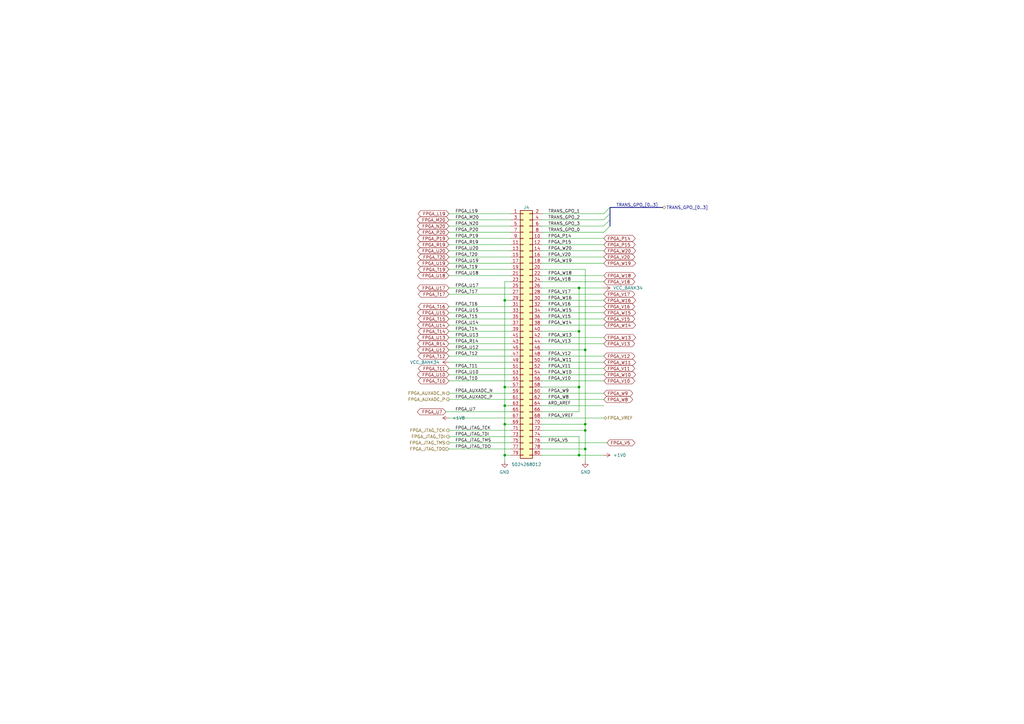
<source format=kicad_sch>
(kicad_sch (version 20220126) (generator eeschema)
  (paper "A3")
  (lib_symbols
    (symbol "7z010_ddr:VCC_BANK34" (power) (pin_names (offset 0))
      (property "Value" "VCC_BANK34" (at 3.81 0 90))
      (symbol "VCC_BANK34_0_1"
        (polyline (pts (xy -0.762 1.27) (xy 0 2.54)))
        (polyline (pts (xy 0 0) (xy 0 2.54)))
        (polyline (pts (xy 0 2.54) (xy 0.762 1.27)))
      )
      (symbol "VCC_BANK34_1_1"
        (pin power_in line (at 0 0 90) (length 0) hide (name "VCC_BANK34") (number "1"))
      )
    )
    (symbol "Connector_Generic:Conn_02x40_Odd_Even" (pin_names (offset 1.016) hide)
      (property "Reference" "J" (at 1.27 50.8 0))
      (property "Value" "Conn_02x40_Odd_Even" (at 1.27 -53.34 0))
      (symbol "Conn_02x40_Odd_Even_1_1"
        (rectangle (start -1.27 -50.673) (end 0 -50.927) (stroke (width 0.1524)))
        (rectangle (start -1.27 -48.133) (end 0 -48.387) (stroke (width 0.1524)))
        (rectangle (start -1.27 -45.593) (end 0 -45.847) (stroke (width 0.1524)))
        (rectangle (start -1.27 -43.053) (end 0 -43.307) (stroke (width 0.1524)))
        (rectangle (start -1.27 -40.513) (end 0 -40.767) (stroke (width 0.1524)))
        (rectangle (start -1.27 -37.973) (end 0 -38.227) (stroke (width 0.1524)))
        (rectangle (start -1.27 -35.433) (end 0 -35.687) (stroke (width 0.1524)))
        (rectangle (start -1.27 -32.893) (end 0 -33.147) (stroke (width 0.1524)))
        (rectangle (start -1.27 -30.353) (end 0 -30.607) (stroke (width 0.1524)))
        (rectangle (start -1.27 -27.813) (end 0 -28.067) (stroke (width 0.1524)))
        (rectangle (start -1.27 -25.273) (end 0 -25.527) (stroke (width 0.1524)))
        (rectangle (start -1.27 -22.733) (end 0 -22.987) (stroke (width 0.1524)))
        (rectangle (start -1.27 -20.193) (end 0 -20.447) (stroke (width 0.1524)))
        (rectangle (start -1.27 -17.653) (end 0 -17.907) (stroke (width 0.1524)))
        (rectangle (start -1.27 -15.113) (end 0 -15.367) (stroke (width 0.1524)))
        (rectangle (start -1.27 -12.573) (end 0 -12.827) (stroke (width 0.1524)))
        (rectangle (start -1.27 -10.033) (end 0 -10.287) (stroke (width 0.1524)))
        (rectangle (start -1.27 -7.493) (end 0 -7.747) (stroke (width 0.1524)))
        (rectangle (start -1.27 -4.953) (end 0 -5.207) (stroke (width 0.1524)))
        (rectangle (start -1.27 -2.413) (end 0 -2.667) (stroke (width 0.1524)))
        (rectangle (start -1.27 0.127) (end 0 -0.127) (stroke (width 0.1524)))
        (rectangle (start -1.27 2.667) (end 0 2.413) (stroke (width 0.1524)))
        (rectangle (start -1.27 5.207) (end 0 4.953) (stroke (width 0.1524)))
        (rectangle (start -1.27 7.747) (end 0 7.493) (stroke (width 0.1524)))
        (rectangle (start -1.27 10.287) (end 0 10.033) (stroke (width 0.1524)))
        (rectangle (start -1.27 12.827) (end 0 12.573) (stroke (width 0.1524)))
        (rectangle (start -1.27 15.367) (end 0 15.113) (stroke (width 0.1524)))
        (rectangle (start -1.27 17.907) (end 0 17.653) (stroke (width 0.1524)))
        (rectangle (start -1.27 20.447) (end 0 20.193) (stroke (width 0.1524)))
        (rectangle (start -1.27 22.987) (end 0 22.733) (stroke (width 0.1524)))
        (rectangle (start -1.27 25.527) (end 0 25.273) (stroke (width 0.1524)))
        (rectangle (start -1.27 28.067) (end 0 27.813) (stroke (width 0.1524)))
        (rectangle (start -1.27 30.607) (end 0 30.353) (stroke (width 0.1524)))
        (rectangle (start -1.27 33.147) (end 0 32.893) (stroke (width 0.1524)))
        (rectangle (start -1.27 35.687) (end 0 35.433) (stroke (width 0.1524)))
        (rectangle (start -1.27 38.227) (end 0 37.973) (stroke (width 0.1524)))
        (rectangle (start -1.27 40.767) (end 0 40.513) (stroke (width 0.1524)))
        (rectangle (start -1.27 43.307) (end 0 43.053) (stroke (width 0.1524)))
        (rectangle (start -1.27 45.847) (end 0 45.593) (stroke (width 0.1524)))
        (rectangle (start -1.27 48.387) (end 0 48.133) (stroke (width 0.1524)))
        (rectangle (start -1.27 49.53) (end 3.81 -52.07) (stroke (width 0.254)) (fill (type background)))
        (rectangle (start 3.81 -50.673) (end 2.54 -50.927) (stroke (width 0.1524)))
        (rectangle (start 3.81 -48.133) (end 2.54 -48.387) (stroke (width 0.1524)))
        (rectangle (start 3.81 -45.593) (end 2.54 -45.847) (stroke (width 0.1524)))
        (rectangle (start 3.81 -43.053) (end 2.54 -43.307) (stroke (width 0.1524)))
        (rectangle (start 3.81 -40.513) (end 2.54 -40.767) (stroke (width 0.1524)))
        (rectangle (start 3.81 -37.973) (end 2.54 -38.227) (stroke (width 0.1524)))
        (rectangle (start 3.81 -35.433) (end 2.54 -35.687) (stroke (width 0.1524)))
        (rectangle (start 3.81 -32.893) (end 2.54 -33.147) (stroke (width 0.1524)))
        (rectangle (start 3.81 -30.353) (end 2.54 -30.607) (stroke (width 0.1524)))
        (rectangle (start 3.81 -27.813) (end 2.54 -28.067) (stroke (width 0.1524)))
        (rectangle (start 3.81 -25.273) (end 2.54 -25.527) (stroke (width 0.1524)))
        (rectangle (start 3.81 -22.733) (end 2.54 -22.987) (stroke (width 0.1524)))
        (rectangle (start 3.81 -20.193) (end 2.54 -20.447) (stroke (width 0.1524)))
        (rectangle (start 3.81 -17.653) (end 2.54 -17.907) (stroke (width 0.1524)))
        (rectangle (start 3.81 -15.113) (end 2.54 -15.367) (stroke (width 0.1524)))
        (rectangle (start 3.81 -12.573) (end 2.54 -12.827) (stroke (width 0.1524)))
        (rectangle (start 3.81 -10.033) (end 2.54 -10.287) (stroke (width 0.1524)))
        (rectangle (start 3.81 -7.493) (end 2.54 -7.747) (stroke (width 0.1524)))
        (rectangle (start 3.81 -4.953) (end 2.54 -5.207) (stroke (width 0.1524)))
        (rectangle (start 3.81 -2.413) (end 2.54 -2.667) (stroke (width 0.1524)))
        (rectangle (start 3.81 0.127) (end 2.54 -0.127) (stroke (width 0.1524)))
        (rectangle (start 3.81 2.667) (end 2.54 2.413) (stroke (width 0.1524)))
        (rectangle (start 3.81 5.207) (end 2.54 4.953) (stroke (width 0.1524)))
        (rectangle (start 3.81 7.747) (end 2.54 7.493) (stroke (width 0.1524)))
        (rectangle (start 3.81 10.287) (end 2.54 10.033) (stroke (width 0.1524)))
        (rectangle (start 3.81 12.827) (end 2.54 12.573) (stroke (width 0.1524)))
        (rectangle (start 3.81 15.367) (end 2.54 15.113) (stroke (width 0.1524)))
        (rectangle (start 3.81 17.907) (end 2.54 17.653) (stroke (width 0.1524)))
        (rectangle (start 3.81 20.447) (end 2.54 20.193) (stroke (width 0.1524)))
        (rectangle (start 3.81 22.987) (end 2.54 22.733) (stroke (width 0.1524)))
        (rectangle (start 3.81 25.527) (end 2.54 25.273) (stroke (width 0.1524)))
        (rectangle (start 3.81 28.067) (end 2.54 27.813) (stroke (width 0.1524)))
        (rectangle (start 3.81 30.607) (end 2.54 30.353) (stroke (width 0.1524)))
        (rectangle (start 3.81 33.147) (end 2.54 32.893) (stroke (width 0.1524)))
        (rectangle (start 3.81 35.687) (end 2.54 35.433) (stroke (width 0.1524)))
        (rectangle (start 3.81 38.227) (end 2.54 37.973) (stroke (width 0.1524)))
        (rectangle (start 3.81 40.767) (end 2.54 40.513) (stroke (width 0.1524)))
        (rectangle (start 3.81 43.307) (end 2.54 43.053) (stroke (width 0.1524)))
        (rectangle (start 3.81 45.847) (end 2.54 45.593) (stroke (width 0.1524)))
        (rectangle (start 3.81 48.387) (end 2.54 48.133) (stroke (width 0.1524)))
        (pin passive line (at -5.08 48.26 0) (length 3.81) (name "Pin_1") (number "1"))
        (pin passive line (at 7.62 38.1 180) (length 3.81) (name "Pin_10") (number "10"))
        (pin passive line (at -5.08 35.56 0) (length 3.81) (name "Pin_11") (number "11"))
        (pin passive line (at 7.62 35.56 180) (length 3.81) (name "Pin_12") (number "12"))
        (pin passive line (at -5.08 33.02 0) (length 3.81) (name "Pin_13") (number "13"))
        (pin passive line (at 7.62 33.02 180) (length 3.81) (name "Pin_14") (number "14"))
        (pin passive line (at -5.08 30.48 0) (length 3.81) (name "Pin_15") (number "15"))
        (pin passive line (at 7.62 30.48 180) (length 3.81) (name "Pin_16") (number "16"))
        (pin passive line (at -5.08 27.94 0) (length 3.81) (name "Pin_17") (number "17"))
        (pin passive line (at 7.62 27.94 180) (length 3.81) (name "Pin_18") (number "18"))
        (pin passive line (at -5.08 25.4 0) (length 3.81) (name "Pin_19") (number "19"))
        (pin passive line (at 7.62 48.26 180) (length 3.81) (name "Pin_2") (number "2"))
        (pin passive line (at 7.62 25.4 180) (length 3.81) (name "Pin_20") (number "20"))
        (pin passive line (at -5.08 22.86 0) (length 3.81) (name "Pin_21") (number "21"))
        (pin passive line (at 7.62 22.86 180) (length 3.81) (name "Pin_22") (number "22"))
        (pin passive line (at -5.08 20.32 0) (length 3.81) (name "Pin_23") (number "23"))
        (pin passive line (at 7.62 20.32 180) (length 3.81) (name "Pin_24") (number "24"))
        (pin passive line (at -5.08 17.78 0) (length 3.81) (name "Pin_25") (number "25"))
        (pin passive line (at 7.62 17.78 180) (length 3.81) (name "Pin_26") (number "26"))
        (pin passive line (at -5.08 15.24 0) (length 3.81) (name "Pin_27") (number "27"))
        (pin passive line (at 7.62 15.24 180) (length 3.81) (name "Pin_28") (number "28"))
        (pin passive line (at -5.08 12.7 0) (length 3.81) (name "Pin_29") (number "29"))
        (pin passive line (at -5.08 45.72 0) (length 3.81) (name "Pin_3") (number "3"))
        (pin passive line (at 7.62 12.7 180) (length 3.81) (name "Pin_30") (number "30"))
        (pin passive line (at -5.08 10.16 0) (length 3.81) (name "Pin_31") (number "31"))
        (pin passive line (at 7.62 10.16 180) (length 3.81) (name "Pin_32") (number "32"))
        (pin passive line (at -5.08 7.62 0) (length 3.81) (name "Pin_33") (number "33"))
        (pin passive line (at 7.62 7.62 180) (length 3.81) (name "Pin_34") (number "34"))
        (pin passive line (at -5.08 5.08 0) (length 3.81) (name "Pin_35") (number "35"))
        (pin passive line (at 7.62 5.08 180) (length 3.81) (name "Pin_36") (number "36"))
        (pin passive line (at -5.08 2.54 0) (length 3.81) (name "Pin_37") (number "37"))
        (pin passive line (at 7.62 2.54 180) (length 3.81) (name "Pin_38") (number "38"))
        (pin passive line (at -5.08 0 0) (length 3.81) (name "Pin_39") (number "39"))
        (pin passive line (at 7.62 45.72 180) (length 3.81) (name "Pin_4") (number "4"))
        (pin passive line (at 7.62 0 180) (length 3.81) (name "Pin_40") (number "40"))
        (pin passive line (at -5.08 -2.54 0) (length 3.81) (name "Pin_41") (number "41"))
        (pin passive line (at 7.62 -2.54 180) (length 3.81) (name "Pin_42") (number "42"))
        (pin passive line (at -5.08 -5.08 0) (length 3.81) (name "Pin_43") (number "43"))
        (pin passive line (at 7.62 -5.08 180) (length 3.81) (name "Pin_44") (number "44"))
        (pin passive line (at -5.08 -7.62 0) (length 3.81) (name "Pin_45") (number "45"))
        (pin passive line (at 7.62 -7.62 180) (length 3.81) (name "Pin_46") (number "46"))
        (pin passive line (at -5.08 -10.16 0) (length 3.81) (name "Pin_47") (number "47"))
        (pin passive line (at 7.62 -10.16 180) (length 3.81) (name "Pin_48") (number "48"))
        (pin passive line (at -5.08 -12.7 0) (length 3.81) (name "Pin_49") (number "49"))
        (pin passive line (at -5.08 43.18 0) (length 3.81) (name "Pin_5") (number "5"))
        (pin passive line (at 7.62 -12.7 180) (length 3.81) (name "Pin_50") (number "50"))
        (pin passive line (at -5.08 -15.24 0) (length 3.81) (name "Pin_51") (number "51"))
        (pin passive line (at 7.62 -15.24 180) (length 3.81) (name "Pin_52") (number "52"))
        (pin passive line (at -5.08 -17.78 0) (length 3.81) (name "Pin_53") (number "53"))
        (pin passive line (at 7.62 -17.78 180) (length 3.81) (name "Pin_54") (number "54"))
        (pin passive line (at -5.08 -20.32 0) (length 3.81) (name "Pin_55") (number "55"))
        (pin passive line (at 7.62 -20.32 180) (length 3.81) (name "Pin_56") (number "56"))
        (pin passive line (at -5.08 -22.86 0) (length 3.81) (name "Pin_57") (number "57"))
        (pin passive line (at 7.62 -22.86 180) (length 3.81) (name "Pin_58") (number "58"))
        (pin passive line (at -5.08 -25.4 0) (length 3.81) (name "Pin_59") (number "59"))
        (pin passive line (at 7.62 43.18 180) (length 3.81) (name "Pin_6") (number "6"))
        (pin passive line (at 7.62 -25.4 180) (length 3.81) (name "Pin_60") (number "60"))
        (pin passive line (at -5.08 -27.94 0) (length 3.81) (name "Pin_61") (number "61"))
        (pin passive line (at 7.62 -27.94 180) (length 3.81) (name "Pin_62") (number "62"))
        (pin passive line (at -5.08 -30.48 0) (length 3.81) (name "Pin_63") (number "63"))
        (pin passive line (at 7.62 -30.48 180) (length 3.81) (name "Pin_64") (number "64"))
        (pin passive line (at -5.08 -33.02 0) (length 3.81) (name "Pin_65") (number "65"))
        (pin passive line (at 7.62 -33.02 180) (length 3.81) (name "Pin_66") (number "66"))
        (pin passive line (at -5.08 -35.56 0) (length 3.81) (name "Pin_67") (number "67"))
        (pin passive line (at 7.62 -35.56 180) (length 3.81) (name "Pin_68") (number "68"))
        (pin passive line (at -5.08 -38.1 0) (length 3.81) (name "Pin_69") (number "69"))
        (pin passive line (at -5.08 40.64 0) (length 3.81) (name "Pin_7") (number "7"))
        (pin passive line (at 7.62 -38.1 180) (length 3.81) (name "Pin_70") (number "70"))
        (pin passive line (at -5.08 -40.64 0) (length 3.81) (name "Pin_71") (number "71"))
        (pin passive line (at 7.62 -40.64 180) (length 3.81) (name "Pin_72") (number "72"))
        (pin passive line (at -5.08 -43.18 0) (length 3.81) (name "Pin_73") (number "73"))
        (pin passive line (at 7.62 -43.18 180) (length 3.81) (name "Pin_74") (number "74"))
        (pin passive line (at -5.08 -45.72 0) (length 3.81) (name "Pin_75") (number "75"))
        (pin passive line (at 7.62 -45.72 180) (length 3.81) (name "Pin_76") (number "76"))
        (pin passive line (at -5.08 -48.26 0) (length 3.81) (name "Pin_77") (number "77"))
        (pin passive line (at 7.62 -48.26 180) (length 3.81) (name "Pin_78") (number "78"))
        (pin passive line (at -5.08 -50.8 0) (length 3.81) (name "Pin_79") (number "79"))
        (pin passive line (at 7.62 40.64 180) (length 3.81) (name "Pin_8") (number "8"))
        (pin passive line (at 7.62 -50.8 180) (length 3.81) (name "Pin_80") (number "80"))
        (pin passive line (at -5.08 38.1 0) (length 3.81) (name "Pin_9") (number "9"))
      )
    )
    (symbol "power:+1V0" (power) (pin_names (offset 0))
      (property "Value" "+1V0" (at 0 3.556 0))
      (symbol "+1V0_0_1"
        (polyline (pts (xy -0.762 1.27) (xy 0 2.54)))
        (polyline (pts (xy 0 0) (xy 0 2.54)))
        (polyline (pts (xy 0 2.54) (xy 0.762 1.27)))
      )
      (symbol "+1V0_1_1"
        (pin power_in line (at 0 0 90) (length 0) hide (name "+1V0") (number "1"))
      )
    )
    (symbol "power:+1V8" (power) (pin_names (offset 0))
      (property "Value" "+1V8" (at 0 3.556 0))
      (symbol "+1V8_0_1"
        (polyline (pts (xy -0.762 1.27) (xy 0 2.54)))
        (polyline (pts (xy 0 0) (xy 0 2.54)))
        (polyline (pts (xy 0 2.54) (xy 0.762 1.27)))
      )
      (symbol "+1V8_1_1"
        (pin power_in line (at 0 0 90) (length 0) hide (name "+1V8") (number "1"))
      )
    )
    (symbol "power:GND" (power) (pin_names (offset 0))
      (property "Value" "GND" (at 0 -3.81 0))
      (symbol "GND_0_1"
        (polyline (pts (xy 0 0) (xy 0 -1.27) (xy 1.27 -1.27) (xy 0 -2.54) (xy -1.27 -1.27) (xy 0 -1.27)))
      )
      (symbol "GND_1_1"
        (pin power_in line (at 0 0 270) (length 0) hide (name "GND") (number "1"))
      )
    )
  )
  (junction (at 237.49 118.11))
  (junction (at 240.03 143.51))
  (junction (at 237.49 158.75))
  (junction (at 207.01 166.37))
  (junction (at 240.03 173.99))
  (junction (at 207.01 123.19))
  (junction (at 207.01 158.75))
  (junction (at 237.49 186.69))
  (junction (at 207.01 173.99))
  (junction (at 237.49 135.89))
  (junction (at 240.03 176.53))
  (junction (at 207.01 186.69))
  (junction (at 240.03 184.15))
  (bus_entry (at 250.19 87.63) (size -2.54 2.54))
  (bus_entry (at 250.19 90.17) (size -2.54 2.54))
  (bus_entry (at 250.19 92.71) (size -2.54 2.54))
  (bus_entry (at 250.19 85.09) (size -2.54 2.54))
  (wire (pts (xy 184.15 87.63) (xy 209.55 87.63)))
  (wire (pts (xy 207.01 123.19) (xy 209.55 123.19)))
  (wire (pts (xy 207.01 173.99) (xy 207.01 166.37)))
  (wire (pts (xy 237.49 118.11) (xy 247.65 118.11)))
  (wire (pts (xy 222.25 151.13) (xy 247.65 151.13)))
  (bus (pts (xy 250.19 87.63) (xy 250.19 90.17)))
  (wire (pts (xy 222.25 171.45) (xy 247.65 171.45)))
  (wire (pts (xy 207.01 166.37) (xy 207.01 158.75)))
  (wire (pts (xy 184.15 92.71) (xy 209.55 92.71)))
  (wire (pts (xy 237.49 135.89) (xy 237.49 158.75)))
  (wire (pts (xy 182.88 168.91) (xy 209.55 168.91)))
  (wire (pts (xy 184.15 90.17) (xy 209.55 90.17)))
  (wire (pts (xy 222.25 184.15) (xy 240.03 184.15)))
  (bus (pts (xy 250.19 90.17) (xy 250.19 92.71)))
  (wire (pts (xy 184.15 102.87) (xy 209.55 102.87)))
  (wire (pts (xy 184.15 95.25) (xy 209.55 95.25)))
  (wire (pts (xy 240.03 176.53) (xy 240.03 173.99)))
  (wire (pts (xy 222.25 166.37) (xy 247.65 166.37)))
  (wire (pts (xy 237.49 158.75) (xy 237.49 168.91)))
  (wire (pts (xy 222.25 90.17) (xy 247.65 90.17)))
  (wire (pts (xy 184.15 138.43) (xy 209.55 138.43)))
  (wire (pts (xy 207.01 189.23) (xy 207.01 186.69)))
  (wire (pts (xy 184.15 163.83) (xy 209.55 163.83)))
  (wire (pts (xy 184.15 140.97) (xy 209.55 140.97)))
  (wire (pts (xy 222.25 92.71) (xy 247.65 92.71)))
  (wire (pts (xy 222.25 135.89) (xy 237.49 135.89)))
  (wire (pts (xy 222.25 138.43) (xy 247.65 138.43)))
  (wire (pts (xy 184.15 128.27) (xy 209.55 128.27)))
  (wire (pts (xy 222.25 113.03) (xy 247.65 113.03)))
  (wire (pts (xy 222.25 161.29) (xy 247.65 161.29)))
  (wire (pts (xy 207.01 173.99) (xy 209.55 173.99)))
  (wire (pts (xy 222.25 173.99) (xy 240.03 173.99)))
  (wire (pts (xy 184.15 118.11) (xy 209.55 118.11)))
  (wire (pts (xy 184.15 156.21) (xy 209.55 156.21)))
  (wire (pts (xy 184.15 113.03) (xy 209.55 113.03)))
  (wire (pts (xy 240.03 110.49) (xy 240.03 143.51)))
  (wire (pts (xy 184.15 148.59) (xy 209.55 148.59)))
  (wire (pts (xy 184.15 110.49) (xy 209.55 110.49)))
  (wire (pts (xy 240.03 173.99) (xy 240.03 143.51)))
  (wire (pts (xy 207.01 186.69) (xy 207.01 173.99)))
  (wire (pts (xy 184.15 125.73) (xy 209.55 125.73)))
  (wire (pts (xy 184.15 151.13) (xy 209.55 151.13)))
  (wire (pts (xy 222.25 115.57) (xy 247.65 115.57)))
  (wire (pts (xy 222.25 107.95) (xy 247.65 107.95)))
  (wire (pts (xy 184.15 161.29) (xy 209.55 161.29)))
  (wire (pts (xy 222.25 158.75) (xy 237.49 158.75)))
  (wire (pts (xy 222.25 133.35) (xy 247.65 133.35)))
  (wire (pts (xy 184.15 107.95) (xy 209.55 107.95)))
  (wire (pts (xy 222.25 128.27) (xy 247.65 128.27)))
  (wire (pts (xy 222.25 130.81) (xy 247.65 130.81)))
  (wire (pts (xy 207.01 158.75) (xy 209.55 158.75)))
  (wire (pts (xy 184.15 181.61) (xy 209.55 181.61)))
  (bus (pts (xy 250.19 85.09) (xy 271.78 85.09)))
  (wire (pts (xy 222.25 163.83) (xy 247.65 163.83)))
  (wire (pts (xy 222.25 156.21) (xy 247.65 156.21)))
  (wire (pts (xy 184.15 130.81) (xy 209.55 130.81)))
  (wire (pts (xy 222.25 110.49) (xy 240.03 110.49)))
  (wire (pts (xy 184.15 146.05) (xy 209.55 146.05)))
  (wire (pts (xy 222.25 97.79) (xy 247.65 97.79)))
  (wire (pts (xy 207.01 123.19) (xy 207.01 158.75)))
  (wire (pts (xy 222.25 123.19) (xy 247.65 123.19)))
  (wire (pts (xy 184.15 143.51) (xy 209.55 143.51)))
  (wire (pts (xy 222.25 176.53) (xy 240.03 176.53)))
  (wire (pts (xy 222.25 168.91) (xy 237.49 168.91)))
  (wire (pts (xy 184.15 100.33) (xy 209.55 100.33)))
  (wire (pts (xy 222.25 146.05) (xy 247.65 146.05)))
  (wire (pts (xy 222.25 179.07) (xy 237.49 179.07)))
  (wire (pts (xy 184.15 171.45) (xy 209.55 171.45)))
  (wire (pts (xy 222.25 148.59) (xy 247.65 148.59)))
  (wire (pts (xy 222.25 143.51) (xy 240.03 143.51)))
  (wire (pts (xy 222.25 181.61) (xy 248.92 181.61)))
  (wire (pts (xy 184.15 105.41) (xy 209.55 105.41)))
  (wire (pts (xy 222.25 118.11) (xy 237.49 118.11)))
  (wire (pts (xy 184.15 184.15) (xy 209.55 184.15)))
  (wire (pts (xy 237.49 118.11) (xy 237.49 135.89)))
  (wire (pts (xy 184.15 179.07) (xy 209.55 179.07)))
  (wire (pts (xy 222.25 105.41) (xy 247.65 105.41)))
  (wire (pts (xy 184.15 135.89) (xy 209.55 135.89)))
  (wire (pts (xy 222.25 87.63) (xy 247.65 87.63)))
  (wire (pts (xy 237.49 179.07) (xy 237.49 186.69)))
  (wire (pts (xy 222.25 140.97) (xy 247.65 140.97)))
  (wire (pts (xy 222.25 95.25) (xy 247.65 95.25)))
  (wire (pts (xy 240.03 184.15) (xy 240.03 189.23)))
  (wire (pts (xy 222.25 120.65) (xy 247.65 120.65)))
  (wire (pts (xy 184.15 120.65) (xy 209.55 120.65)))
  (wire (pts (xy 184.15 176.53) (xy 209.55 176.53)))
  (wire (pts (xy 237.49 186.69) (xy 247.65 186.69)))
  (wire (pts (xy 184.15 97.79) (xy 209.55 97.79)))
  (wire (pts (xy 222.25 153.67) (xy 247.65 153.67)))
  (wire (pts (xy 209.55 115.57) (xy 207.01 115.57)))
  (wire (pts (xy 209.55 186.69) (xy 207.01 186.69)))
  (wire (pts (xy 209.55 166.37) (xy 207.01 166.37)))
  (wire (pts (xy 184.15 153.67) (xy 209.55 153.67)))
  (bus (pts (xy 250.19 87.63) (xy 250.19 85.09)))
  (wire (pts (xy 222.25 125.73) (xy 247.65 125.73)))
  (wire (pts (xy 222.25 100.33) (xy 247.65 100.33)))
  (wire (pts (xy 222.25 186.69) (xy 237.49 186.69)))
  (wire (pts (xy 222.25 102.87) (xy 247.65 102.87)))
  (wire (pts (xy 184.15 133.35) (xy 209.55 133.35)))
  (wire (pts (xy 240.03 176.53) (xy 240.03 184.15)))
  (wire (pts (xy 207.01 115.57) (xy 207.01 123.19)))
  (label "FPGA_T20" (at 186.69 105.41 0))
  (label "FPGA_U10" (at 186.69 153.67 0))
  (label "FPGA_JTAG_TDI" (at 186.69 179.07 0))
  (label "FPGA_V5" (at 224.79 181.61 0))
  (label "FPGA_W11" (at 224.79 148.59 0))
  (label "TRANS_GPO_0" (at 224.79 95.25 0))
  (label "ARD_AREF" (at 224.79 166.37 0))
  (label "FPGA_R19" (at 186.69 100.33 0))
  (label "FPGA_AUXADC_P" (at 186.69 163.83 0))
  (label "FPGA_V16" (at 224.79 125.73 0))
  (label "FPGA_R14" (at 186.69 140.97 0))
  (label "FPGA_T16" (at 186.69 125.73 0))
  (label "FPGA_U20" (at 186.69 102.87 0))
  (label "FPGA_U17" (at 186.69 118.11 0))
  (label "FPGA_JTAG_TCK" (at 186.69 176.53 0))
  (label "FPGA_T17" (at 186.69 120.65 0))
  (label "TRANS_GPO_[0..3]" (at 252.73 85.09 0))
  (label "FPGA_U7" (at 186.69 168.91 0))
  (label "FPGA_V17" (at 224.79 120.65 0))
  (label "FPGA_W9" (at 224.79 161.29 0))
  (label "FPGA_V10" (at 224.79 156.21 0))
  (label "FPGA_N20" (at 186.69 92.71 0))
  (label "FPGA_P15" (at 224.79 100.33 0))
  (label "TRANS_GPO_1" (at 224.79 87.63 0))
  (label "FPGA_JTAG_TMS" (at 186.69 181.61 0))
  (label "FPGA_P20" (at 186.69 95.25 0))
  (label "FPGA_VREF" (at 224.79 171.45 0))
  (label "TRANS_GPO_3" (at 224.79 92.71 0))
  (label "FPGA_V12" (at 224.79 146.05 0))
  (label "FPGA_W19" (at 224.79 107.95 0))
  (label "FPGA_V11" (at 224.79 151.13 0))
  (label "FPGA_V13" (at 224.79 140.97 0))
  (label "FPGA_P19" (at 186.69 97.79 0))
  (label "FPGA_W18" (at 224.79 113.03 0))
  (label "FPGA_W15" (at 224.79 128.27 0))
  (label "FPGA_U12" (at 186.69 143.51 0))
  (label "FPGA_U13" (at 186.69 138.43 0))
  (label "FPGA_W8" (at 224.79 163.83 0))
  (label "FPGA_V20" (at 224.79 105.41 0))
  (label "FPGA_T12" (at 186.69 146.05 0))
  (label "FPGA_U19" (at 186.69 107.95 0))
  (label "FPGA_W14" (at 224.79 133.35 0))
  (label "TRANS_GPO_2" (at 224.79 90.17 0))
  (label "FPGA_V15" (at 224.79 130.81 0))
  (label "FPGA_T10" (at 186.69 156.21 0))
  (label "FPGA_W10" (at 224.79 153.67 0))
  (label "FPGA_P14" (at 224.79 97.79 0))
  (label "FPGA_W13" (at 224.79 138.43 0))
  (label "FPGA_JTAG_TDO" (at 186.69 184.15 0))
  (label "FPGA_L19" (at 186.69 87.63 0))
  (label "FPGA_AUXADC_N" (at 186.69 161.29 0))
  (label "FPGA_M20" (at 186.69 90.17 0))
  (label "FPGA_T11" (at 186.69 151.13 0))
  (label "FPGA_T14" (at 186.69 135.89 0))
  (label "FPGA_U15" (at 186.69 128.27 0))
  (label "FPGA_U14" (at 186.69 133.35 0))
  (label "FPGA_V18" (at 224.79 115.57 0))
  (label "FPGA_T15" (at 186.69 130.81 0))
  (label "FPGA_U18" (at 186.69 113.03 0))
  (label "FPGA_W16" (at 224.79 123.19 0))
  (label "FPGA_T19" (at 186.69 110.49 0))
  (label "FPGA_W20" (at 224.79 102.87 0))
  (global_label "FPGA_N20" (shape bidirectional) (at 184.15 92.71 180) (property "Intersheetrefs" "${INTERSHEET_REFS}" (at 171.4167 92.71 0) (effects (justify right))))
  (global_label "FPGA_R14" (shape bidirectional) (at 184.15 140.97 180) (property "Intersheetrefs" "${INTERSHEET_REFS}" (at 171.4771 140.97 0) (effects (justify right))))
  (global_label "FPGA_V20" (shape bidirectional) (at 247.65 105.41 0) (property "Intersheetrefs" "${INTERSHEET_REFS}" (at 260.1414 105.41 0) (effects (justify left))))
  (global_label "FPGA_U20" (shape bidirectional) (at 184.15 102.87 180) (property "Intersheetrefs" "${INTERSHEET_REFS}" (at 171.4167 102.87 0) (effects (justify right))))
  (global_label "FPGA_V17" (shape bidirectional) (at 247.65 120.65 0) (property "Intersheetrefs" "${INTERSHEET_REFS}" (at 260.1414 120.65 0) (effects (justify left))))
  (global_label "FPGA_U7" (shape bidirectional) (at 182.88 168.91 180) (property "Intersheetrefs" "${INTERSHEET_REFS}" (at 171.3562 168.91 0) (effects (justify right))))
  (global_label "FPGA_V10" (shape bidirectional) (at 247.65 156.21 0) (property "Intersheetrefs" "${INTERSHEET_REFS}" (at 260.1414 156.21 0) (effects (justify left))))
  (global_label "FPGA_P19" (shape bidirectional) (at 184.15 97.79 180) (property "Intersheetrefs" "${INTERSHEET_REFS}" (at 171.4771 97.79 0) (effects (justify right))))
  (global_label "FPGA_U18" (shape bidirectional) (at 184.15 113.03 180) (property "Intersheetrefs" "${INTERSHEET_REFS}" (at 171.4167 113.03 0) (effects (justify right))))
  (global_label "FPGA_W13" (shape bidirectional) (at 247.65 138.43 0) (property "Intersheetrefs" "${INTERSHEET_REFS}" (at 260.5043 138.43 0) (effects (justify left))))
  (global_label "FPGA_W19" (shape bidirectional) (at 247.65 107.95 0) (property "Intersheetrefs" "${INTERSHEET_REFS}" (at 260.5043 107.95 0) (effects (justify left))))
  (global_label "FPGA_V13" (shape bidirectional) (at 247.65 140.97 0) (property "Intersheetrefs" "${INTERSHEET_REFS}" (at 260.1414 140.97 0) (effects (justify left))))
  (global_label "FPGA_T17" (shape bidirectional) (at 184.15 120.65 180) (property "Intersheetrefs" "${INTERSHEET_REFS}" (at 171.7795 120.65 0) (effects (justify right))))
  (global_label "FPGA_U17" (shape bidirectional) (at 184.15 118.11 180) (property "Intersheetrefs" "${INTERSHEET_REFS}" (at 171.4167 118.11 0) (effects (justify right))))
  (global_label "FPGA_T19" (shape bidirectional) (at 184.15 110.49 180) (property "Intersheetrefs" "${INTERSHEET_REFS}" (at 171.7795 110.49 0) (effects (justify right))))
  (global_label "FPGA_T20" (shape bidirectional) (at 184.15 105.41 180) (property "Intersheetrefs" "${INTERSHEET_REFS}" (at 171.7795 105.41 0) (effects (justify right))))
  (global_label "FPGA_V11" (shape bidirectional) (at 247.65 151.13 0) (property "Intersheetrefs" "${INTERSHEET_REFS}" (at 260.1414 151.13 0) (effects (justify left))))
  (global_label "FPGA_W16" (shape bidirectional) (at 247.65 123.19 0) (property "Intersheetrefs" "${INTERSHEET_REFS}" (at 260.5043 123.19 0) (effects (justify left))))
  (global_label "FPGA_W18" (shape bidirectional) (at 247.65 113.03 0) (property "Intersheetrefs" "${INTERSHEET_REFS}" (at 260.5043 113.03 0) (effects (justify left))))
  (global_label "FPGA_P20" (shape bidirectional) (at 184.15 95.25 180) (property "Intersheetrefs" "${INTERSHEET_REFS}" (at 171.4771 95.25 0) (effects (justify right))))
  (global_label "FPGA_P14" (shape bidirectional) (at 247.65 97.79 0) (property "Intersheetrefs" "${INTERSHEET_REFS}" (at 260.3229 97.79 0) (effects (justify left))))
  (global_label "FPGA_W9" (shape bidirectional) (at 247.65 161.29 0) (property "Intersheetrefs" "${INTERSHEET_REFS}" (at 259.2948 161.29 0) (effects (justify left))))
  (global_label "FPGA_U19" (shape bidirectional) (at 184.15 107.95 180) (property "Intersheetrefs" "${INTERSHEET_REFS}" (at 171.4167 107.95 0) (effects (justify right))))
  (global_label "FPGA_R19" (shape bidirectional) (at 184.15 100.33 180) (property "Intersheetrefs" "${INTERSHEET_REFS}" (at 171.4771 100.33 0) (effects (justify right))))
  (global_label "FPGA_T16" (shape bidirectional) (at 184.15 125.73 180) (property "Intersheetrefs" "${INTERSHEET_REFS}" (at 171.7795 125.73 0) (effects (justify right))))
  (global_label "FPGA_T11" (shape bidirectional) (at 184.15 151.13 180) (property "Intersheetrefs" "${INTERSHEET_REFS}" (at 171.7795 151.13 0) (effects (justify right))))
  (global_label "FPGA_V18" (shape bidirectional) (at 247.65 115.57 0) (property "Intersheetrefs" "${INTERSHEET_REFS}" (at 260.1414 115.57 0) (effects (justify left))))
  (global_label "FPGA_L19" (shape bidirectional) (at 184.15 87.63 180) (property "Intersheetrefs" "${INTERSHEET_REFS}" (at 171.7191 87.63 0) (effects (justify right))))
  (global_label "FPGA_T10" (shape bidirectional) (at 184.15 156.21 180) (property "Intersheetrefs" "${INTERSHEET_REFS}" (at 171.7795 156.21 0) (effects (justify right))))
  (global_label "FPGA_V16" (shape bidirectional) (at 247.65 125.73 0) (property "Intersheetrefs" "${INTERSHEET_REFS}" (at 260.1414 125.73 0) (effects (justify left))))
  (global_label "FPGA_V15" (shape bidirectional) (at 247.65 130.81 0) (property "Intersheetrefs" "${INTERSHEET_REFS}" (at 260.1414 130.81 0) (effects (justify left))))
  (global_label "FPGA_T12" (shape bidirectional) (at 184.15 146.05 180) (property "Intersheetrefs" "${INTERSHEET_REFS}" (at 171.7795 146.05 0) (effects (justify right))))
  (global_label "FPGA_U13" (shape bidirectional) (at 184.15 138.43 180) (property "Intersheetrefs" "${INTERSHEET_REFS}" (at 171.4167 138.43 0) (effects (justify right))))
  (global_label "FPGA_W11" (shape bidirectional) (at 247.65 148.59 0) (property "Intersheetrefs" "${INTERSHEET_REFS}" (at 260.5043 148.59 0) (effects (justify left))))
  (global_label "FPGA_W15" (shape bidirectional) (at 247.65 128.27 0) (property "Intersheetrefs" "${INTERSHEET_REFS}" (at 260.5043 128.27 0) (effects (justify left))))
  (global_label "FPGA_U15" (shape bidirectional) (at 184.15 128.27 180) (property "Intersheetrefs" "${INTERSHEET_REFS}" (at 171.4167 128.27 0) (effects (justify right))))
  (global_label "FPGA_V12" (shape bidirectional) (at 247.65 146.05 0) (property "Intersheetrefs" "${INTERSHEET_REFS}" (at 260.1414 146.05 0) (effects (justify left))))
  (global_label "FPGA_U14" (shape bidirectional) (at 184.15 133.35 180) (property "Intersheetrefs" "${INTERSHEET_REFS}" (at 171.4167 133.35 0) (effects (justify right))))
  (global_label "FPGA_U10" (shape bidirectional) (at 184.15 153.67 180) (property "Intersheetrefs" "${INTERSHEET_REFS}" (at 171.4167 153.67 0) (effects (justify right))))
  (global_label "FPGA_W14" (shape bidirectional) (at 247.65 133.35 0) (property "Intersheetrefs" "${INTERSHEET_REFS}" (at 260.5043 133.35 0) (effects (justify left))))
  (global_label "FPGA_W10" (shape bidirectional) (at 247.65 153.67 0) (property "Intersheetrefs" "${INTERSHEET_REFS}" (at 260.5043 153.67 0) (effects (justify left))))
  (global_label "FPGA_T14" (shape bidirectional) (at 184.15 135.89 180) (property "Intersheetrefs" "${INTERSHEET_REFS}" (at 171.7795 135.89 0) (effects (justify right))))
  (global_label "FPGA_P15" (shape bidirectional) (at 247.65 100.33 0) (property "Intersheetrefs" "${INTERSHEET_REFS}" (at 260.3229 100.33 0) (effects (justify left))))
  (global_label "FPGA_M20" (shape bidirectional) (at 184.15 90.17 180) (property "Intersheetrefs" "${INTERSHEET_REFS}" (at 171.2957 90.17 0) (effects (justify right))))
  (global_label "FPGA_T15" (shape bidirectional) (at 184.15 130.81 180) (property "Intersheetrefs" "${INTERSHEET_REFS}" (at 171.7795 130.81 0) (effects (justify right))))
  (global_label "FPGA_W8" (shape bidirectional) (at 247.65 163.83 0) (property "Intersheetrefs" "${INTERSHEET_REFS}" (at 259.2948 163.83 0) (effects (justify left))))
  (global_label "FPGA_W20" (shape bidirectional) (at 247.65 102.87 0) (property "Intersheetrefs" "${INTERSHEET_REFS}" (at 260.5043 102.87 0) (effects (justify left))))
  (global_label "FPGA_V5" (shape bidirectional) (at 248.92 181.61 0) (property "Intersheetrefs" "${INTERSHEET_REFS}" (at 260.2019 181.61 0) (effects (justify left))))
  (global_label "FPGA_U12" (shape bidirectional) (at 184.15 143.51 180) (property "Intersheetrefs" "${INTERSHEET_REFS}" (at 171.4167 143.51 0) (effects (justify right))))
  (hierarchical_label "FPGA_JTAG_TCK" (shape output) (at 184.15 176.53 180))
  (hierarchical_label "FPGA_AUXADC_N" (shape output) (at 184.15 161.29 180))
  (hierarchical_label "FPGA_JTAG_TDI" (shape output) (at 184.15 179.07 180))
  (hierarchical_label "FPGA_VREF" (shape bidirectional) (at 247.65 171.45 0))
  (hierarchical_label "FPGA_JTAG_TMS" (shape output) (at 184.15 181.61 180))
  (hierarchical_label "TRANS_GPO_[0..3]" (shape bidirectional) (at 271.78 85.09 0))
  (hierarchical_label "FPGA_AUXADC_P" (shape output) (at 184.15 163.83 180))
  (hierarchical_label "FPGA_JTAG_TDO" (shape input) (at 184.15 184.15 180))
  (symbol (lib_id "power:GND") (at 240.03 189.23 0) (unit 1)
    (property "Reference" "#PWR025" (effects hide))
    (property "Value" "GND" (at 240.157 193.6242 0))
  )
  (symbol (lib_id "power:+1V0") (at 247.65 186.69 270) (unit 1)
    (property "Reference" "#PWR026" (effects hide))
    (property "Value" "+1V0" (at 251.46 186.6899 90) (effects (justify left)))
  )
  (symbol (lib_id "7z010_ddr:VCC_BANK34") (at 247.65 118.11 270) (mirror x) (unit 1)
    (property "Reference" "#PWR0181" (effects hide))
    (property "Value" "VCC_BANK34" (at 251.46 118.11 90) (effects (justify left)))
  )
  (symbol (lib_id "power:GND") (at 207.01 189.23 0) (mirror y) (unit 1)
    (property "Reference" "#PWR024" (effects hide))
    (property "Value" "GND" (at 206.883 193.6242 0))
  )
  (symbol (lib_id "7z010_ddr:VCC_BANK34") (at 184.15 148.59 90) (unit 1)
    (property "Reference" "#PWR0209" (effects hide))
    (property "Value" "VCC_BANK34" (at 180.34 148.59 90) (effects (justify left)))
  )
  (symbol (lib_id "power:+1V8") (at 184.15 171.45 90) (unit 1)
    (property "Reference" "#PWR023" (effects hide))
    (property "Value" "+1V8" (at 185.42 171.4499 90) (effects (justify right)))
  )
  (symbol (lib_id "Connector_Generic:Conn_02x40_Odd_Even") (at 214.63 135.89 0) (unit 1)
    (property "Reference" "J4" (at 215.9 85.09 0))
    (property "Value" "5024268012" (at 215.9 190.5 0))
    (property "Footprint" "Connector_Molex:Molex_SlimStack_502430-8010_2x40_P0.40mm_Vertical" (effects hide))
  )
)
</source>
